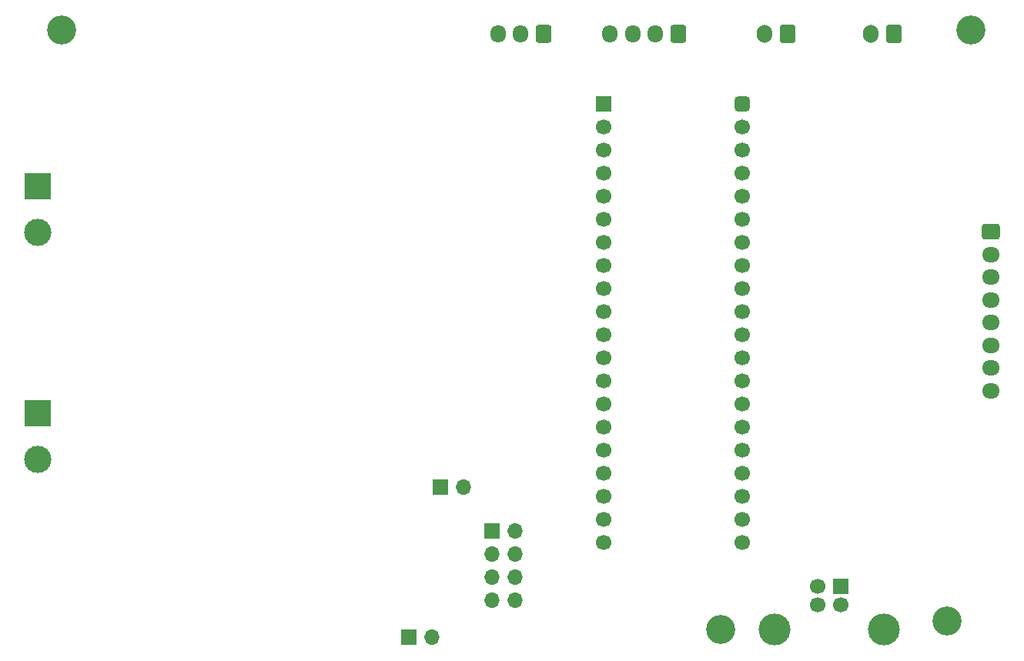
<source format=gbr>
%TF.GenerationSoftware,KiCad,Pcbnew,(7.0.0)*%
%TF.CreationDate,2023-04-04T17:42:21+07:00*%
%TF.ProjectId,3_phase_firing,335f7068-6173-4655-9f66-6972696e672e,rev?*%
%TF.SameCoordinates,Original*%
%TF.FileFunction,Soldermask,Bot*%
%TF.FilePolarity,Negative*%
%FSLAX46Y46*%
G04 Gerber Fmt 4.6, Leading zero omitted, Abs format (unit mm)*
G04 Created by KiCad (PCBNEW (7.0.0)) date 2023-04-04 17:42:21*
%MOMM*%
%LPD*%
G01*
G04 APERTURE LIST*
G04 Aperture macros list*
%AMRoundRect*
0 Rectangle with rounded corners*
0 $1 Rounding radius*
0 $2 $3 $4 $5 $6 $7 $8 $9 X,Y pos of 4 corners*
0 Add a 4 corners polygon primitive as box body*
4,1,4,$2,$3,$4,$5,$6,$7,$8,$9,$2,$3,0*
0 Add four circle primitives for the rounded corners*
1,1,$1+$1,$2,$3*
1,1,$1+$1,$4,$5*
1,1,$1+$1,$6,$7*
1,1,$1+$1,$8,$9*
0 Add four rect primitives between the rounded corners*
20,1,$1+$1,$2,$3,$4,$5,0*
20,1,$1+$1,$4,$5,$6,$7,0*
20,1,$1+$1,$6,$7,$8,$9,0*
20,1,$1+$1,$8,$9,$2,$3,0*%
G04 Aperture macros list end*
%ADD10R,1.700000X1.700000*%
%ADD11C,1.700000*%
%ADD12C,3.500000*%
%ADD13C,3.200000*%
%ADD14O,1.700000X1.700000*%
%ADD15RoundRect,0.425000X-0.425000X-0.425000X0.425000X-0.425000X0.425000X0.425000X-0.425000X0.425000X0*%
%ADD16RoundRect,0.250000X0.600000X0.725000X-0.600000X0.725000X-0.600000X-0.725000X0.600000X-0.725000X0*%
%ADD17O,1.700000X1.950000*%
%ADD18RoundRect,0.250000X0.600000X0.750000X-0.600000X0.750000X-0.600000X-0.750000X0.600000X-0.750000X0*%
%ADD19O,1.700000X2.000000*%
%ADD20R,3.000000X3.000000*%
%ADD21C,3.000000*%
%ADD22RoundRect,0.250000X-0.725000X0.600000X-0.725000X-0.600000X0.725000X-0.600000X0.725000X0.600000X0*%
%ADD23O,1.950000X1.700000*%
G04 APERTURE END LIST*
D10*
%TO.C,J4*%
X165734999Y-111532499D03*
D11*
X163235000Y-111532500D03*
X163235000Y-113532500D03*
X165735000Y-113532500D03*
D12*
X170505000Y-116242500D03*
X158465000Y-116242500D03*
%TD*%
D13*
%TO.C,REF\u002A\u002A*%
X177466000Y-115285000D03*
X177466000Y-115285000D03*
%TD*%
D10*
%TO.C,JP2*%
X121712999Y-100600999D03*
D14*
X124252999Y-100600999D03*
%TD*%
D13*
%TO.C,REF\u002A\u002A*%
X80080000Y-50285000D03*
X80080000Y-50285000D03*
%TD*%
%TO.C,REF\u002A\u002A*%
X152574000Y-116242500D03*
X152574000Y-116242500D03*
%TD*%
%TO.C,REF\u002A\u002A*%
X180080000Y-50285000D03*
X180080000Y-50285000D03*
%TD*%
D10*
%TO.C,U6*%
X139699999Y-58419999D03*
D11*
X139700000Y-60960000D03*
X139700000Y-63500000D03*
X139700000Y-66040000D03*
X139700000Y-68580000D03*
X139700000Y-71120000D03*
X139700000Y-73660000D03*
X139700000Y-76200000D03*
X139700000Y-78740000D03*
X139700000Y-81280000D03*
X139700000Y-83820000D03*
X139700000Y-86360000D03*
X139700000Y-88900000D03*
X139700000Y-91440000D03*
X139700000Y-93980000D03*
X139700000Y-96520000D03*
X139700000Y-99060000D03*
X139700000Y-101600000D03*
X139700000Y-104140000D03*
X139700000Y-106680000D03*
X154940000Y-106680000D03*
X154940000Y-104140000D03*
X154940000Y-101600000D03*
X154940000Y-99060000D03*
X154940000Y-96520000D03*
X154940000Y-93980000D03*
X154940000Y-91440000D03*
X154940000Y-88900000D03*
X154940000Y-86360000D03*
X154940000Y-83820000D03*
X154940000Y-81280000D03*
X154940000Y-78740000D03*
X154940000Y-76200000D03*
X154940000Y-73660000D03*
X154940000Y-71120000D03*
X154940000Y-68580000D03*
X154940000Y-66040000D03*
X154940000Y-63500000D03*
X154940000Y-60960000D03*
D15*
X154940000Y-58420000D03*
%TD*%
D16*
%TO.C,J9*%
X147882000Y-50690000D03*
D17*
X145381999Y-50689999D03*
X142881999Y-50689999D03*
X140381999Y-50689999D03*
%TD*%
D10*
%TO.C,JP1*%
X118278999Y-117110999D03*
D14*
X120818999Y-117110999D03*
%TD*%
D18*
%TO.C,J8*%
X159913332Y-50690000D03*
D19*
X157413331Y-50689999D03*
%TD*%
D20*
%TO.C,J1*%
X77499999Y-67499999D03*
D21*
X77500000Y-72580000D03*
%TD*%
D18*
%TO.C,J6*%
X171604000Y-50690000D03*
D19*
X169103999Y-50689999D03*
%TD*%
D16*
%TO.C,J7*%
X133080000Y-50690000D03*
D17*
X130579999Y-50689999D03*
X128079999Y-50689999D03*
%TD*%
D10*
%TO.C,J5*%
X127427999Y-105426999D03*
D14*
X129967999Y-105426999D03*
X127427999Y-107966999D03*
X129967999Y-107966999D03*
X127427999Y-110506999D03*
X129967999Y-110506999D03*
X127427999Y-113046999D03*
X129967999Y-113046999D03*
%TD*%
D22*
%TO.C,J10*%
X182292000Y-72492500D03*
D23*
X182291999Y-74992499D03*
X182291999Y-77492499D03*
X182291999Y-79992499D03*
X182291999Y-82492499D03*
X182291999Y-84992499D03*
X182291999Y-87492499D03*
X182291999Y-89992499D03*
%TD*%
D20*
%TO.C,J2*%
X77499999Y-92499999D03*
D21*
X77500000Y-97580000D03*
%TD*%
M02*

</source>
